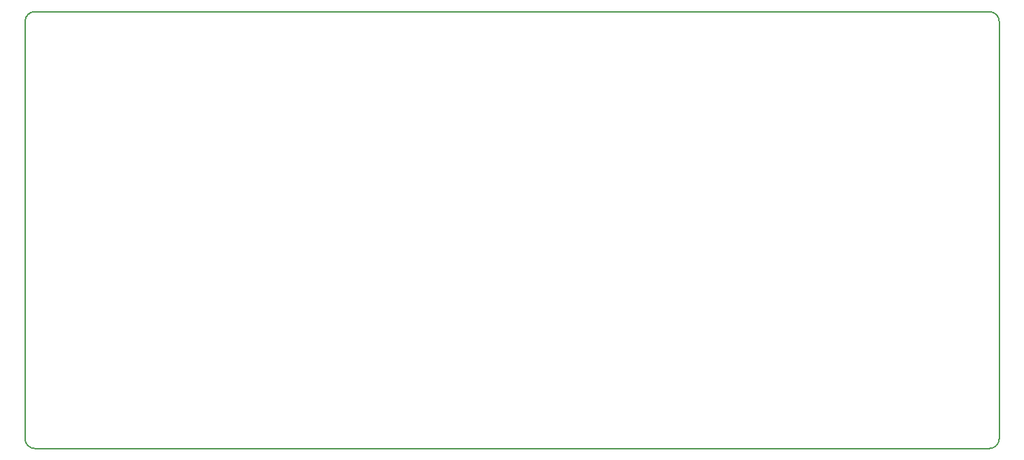
<source format=gbr>
G04 #@! TF.GenerationSoftware,KiCad,Pcbnew,(5.0.2)-1*
G04 #@! TF.CreationDate,2019-03-16T10:07:27-05:00*
G04 #@! TF.ProjectId,ClockingBoard_Hardware,436c6f63-6b69-46e6-9742-6f6172645f48,rev?*
G04 #@! TF.SameCoordinates,Original*
G04 #@! TF.FileFunction,Profile,NP*
%FSLAX46Y46*%
G04 Gerber Fmt 4.6, Leading zero omitted, Abs format (unit mm)*
G04 Created by KiCad (PCBNEW (5.0.2)-1) date 3/16/2019 10:07:27 AM*
%MOMM*%
%LPD*%
G01*
G04 APERTURE LIST*
%ADD10C,0.150000*%
G04 APERTURE END LIST*
D10*
X124460000Y-54610000D02*
X124460000Y-1270000D01*
X0Y-54610000D02*
X0Y-1270000D01*
X123190000Y-55880000D02*
X1270000Y-55880000D01*
X123190000Y0D02*
X1270000Y0D01*
X124460000Y-54610000D02*
G75*
G02X123190000Y-55880000I-1270000J0D01*
G01*
X1270000Y-55880000D02*
G75*
G02X0Y-54610000I0J1270000D01*
G01*
X0Y-1270000D02*
G75*
G02X1270000Y0I1270000J0D01*
G01*
X123190000Y0D02*
G75*
G02X124460000Y-1270000I0J-1270000D01*
G01*
M02*

</source>
